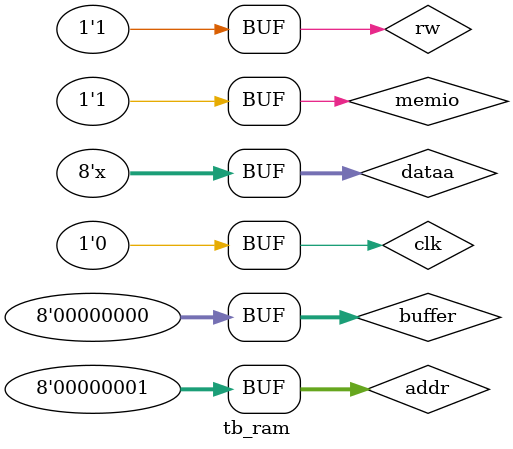
<source format=v>
`timescale 1ns / 1ps
module tb_ram();

reg rw, clk, memio;
reg [7:0] addr;
wire [7:0]dataa;
reg [7:0] buffer;

ram uut(
    .rw(rw),
    .clk(clk),
    .memio(memio),
    .addr(addr),
    .data(dataa)
);
// reg clk = 0;
// always #1 clk = !clk;

initial begin
    $dumpfile("simulations/tb_ram.vcd");
    $dumpvars(0, tb_ram);
end

initial begin
    #1;
    addr = 8'b00000001;
    rw = 0;
    memio = 1;
    buffer = 8'b10101001;
    clk = 1;
    #1;
    clk = 0;
    #1;
    buffer = 0;
    memio = 0;
    clk = 1;
    #1;
    clk = 0;
    #1;
    addr = 8'b00000001;
    rw = 1;
    memio = 1;
    clk = 1;
    #1;
    clk = 0;
    #1;
end

assign dataa = rw ? 'bz:buffer;

endmodule

</source>
